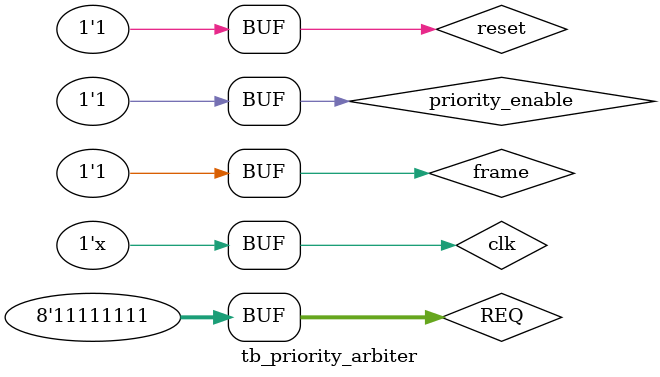
<source format=v>

module priority_arbiter(GNT, REQ, frame, priority_enable, reset, clk);
	output reg[7:0] GNT; //GNT[0] represents Device A, GNT[1] represents Device B and so on...
	input wire[7:0] REQ;  //REQ[0] represents Device A, REQ[1] represents Device B and so on...
	input frame; //Monitor the frame 
	input reset, clk;
	input priority_enable; //Enable the priority protocol if this line is set to logical 1 only.


	reg[7:0] REQ_MEM; //Because we don't wanna give the grant(write operation) at the posedge of the clk, so we have to wait for the negedge to grant


	always@(negedge reset)
	begin
		GNT <= 8'b1111_1111;
		REQ_MEM <= 8'b1111_1111; 
	end
	/*
	At each posedge clk read the requests and store it in REQ_MEM
	*/
	always@(posedge clk)
	begin
		if(priority_enable == 1'b1)
		begin
			REQ_MEM <= REQ;
		end
	end
	/*
	At each clk negedge check if a request is asserted according the priority from the highest to the lowest (REQ_MEM[0] --> REQ_MEM[7] AKA Device A --> Device H)
	if the request is asserted give the device grant
	*/
	always@(negedge clk)
	begin
		if(priority_enable == 1'b1)
		begin
			if(REQ_MEM[0] == 1'b0)
				GNT[0] <= 1'b0;
			else if(REQ_MEM[1] == 1'b0)
				GNT[1] <= 1'b0;
			else if(REQ_MEM[2] == 1'b0)
				GNT[2] <= 1'b0;
			else if(REQ_MEM[3] == 1'b0)
				GNT[3] <= 1'b0;
			else if(REQ_MEM[4] == 1'b0)
				GNT[4] <= 1'b0;
			else if(REQ_MEM[5] == 1'b0)
				GNT[5] <= 1'b0;
			else if(REQ_MEM[6] == 1'b0)
				GNT[6] <= 1'b0;
			else if(REQ_MEM[7] == 1'b0)
				GNT[7] <= 1'b0;
			else
				GNT <= 8'b1111_1111;
 		end
	end
	/*
	When the frame goes down that means that the current highest priority device just took the bus,
	so we will raise it's grant since it doesn't need it anymore (it has control over the bus).
	That's done so that the grant is given to the next device (according to priority)
	*/
	always@(negedge frame)
	begin
		if(priority_enable == 1'b1)
		begin
			if(GNT[0] == 1'b0)
				GNT[0] <= 1'b1;
			else if(GNT[1] == 1'b0)
				GNT[1] <= 1'b1;
			else if(GNT[2] == 1'b0)
				GNT[2] <= 1'b1;
			else if(GNT[3] == 1'b0)
				GNT[3] <= 1'b1;
			else if(GNT[4] == 1'b0)
				GNT[4] <= 1'b1;
			else if(GNT[5] == 1'b0)
				GNT[5] <= 1'b1;
			else if(GNT[6] == 1'b0)
				GNT[6] <= 1'b1;
			else if(GNT[7] == 1'b0)
				GNT[7] <= 1'b1;
			else
				GNT <= 8'b1111_1111;
		end
	end
endmodule



module tb_priority_arbiter();
	wire[7:0] GNT;
	reg[7:0] REQ;
	reg frame, priority_enable, reset, clk;
	priority_arbiter pri_arbi(GNT, REQ, frame, priority_enable, reset, clk);


	initial
	begin
		$monitor("REQ: %b  FRAME: %b  GNT: %b", REQ, frame, GNT);
		priority_enable <= 1;
		reset <= 1;
		clk <= 0;
		#2
		frame <= 1;
		REQ <= 8'b1111_1111;
		#2
		REQ <= 8'b1111_1000;
		#4
		frame <= 1'b0;
		REQ <= 8'b1111_1001;
		#2
		frame <= 1'b1;
		#2
		frame <= 1'b0;
		REQ <= 8'b1111_1011;
		#2
		frame <= 1'b1;
		#2
		frame <= 1'b0;
		REQ <= 8'b1111_1111;
		#2
		frame <= 1'b1;


	end

	always
	begin
		#1	
		clk <= ~clk;
	end
endmodule // module


</source>
